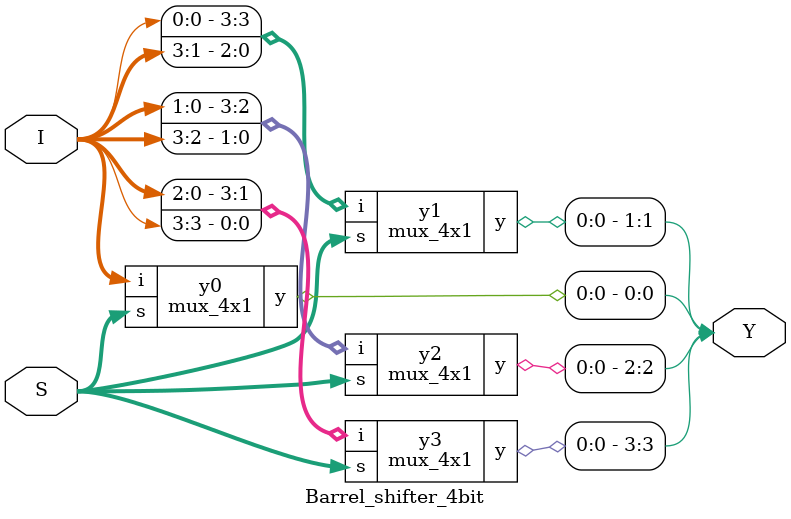
<source format=v>
`timescale 1ns / 1ps

module mux_4x1(y,i,s);
input [3:0]i;
input [1:0]s;
output reg y;
always @(*)
case(s)
2'b00: y=i[0];
2'b01: y=i[1];
2'b10: y=i[2];
2'b11: y=i[3];
endcase
endmodule


module Barrel_shifter_4bit(Y,I,S);
input [3:0]I;
input [1:0]S;
output [3:0]Y;
mux_4x1 y0 (Y[0],I,S),
        y1 (Y[1],{I[0],I[3],I[2],I[1]},S),
        y2 (Y[2],{I[1],I[0],I[3],I[2]},S),
        y3 (Y[3],{I[2],I[1],I[0],I[3]},S);
endmodule

</source>
